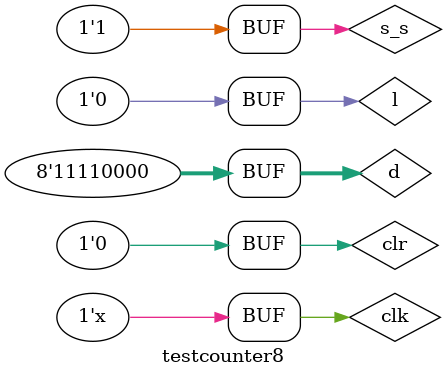
<source format=v>
module testcounter8 ();
reg [7:0] d;
wire [7:0] c;
reg s_s, l, clk, clr;

counter8 inst7 (clr, clk, l, s_s, c, d);
initial 
  begin
    # 5 clk <= 0; clr <= 0; l <= 0;  s_s <= 0;  d <= 8'hF0;
  end
always # 40 clk <= !clk;
initial 
   begin
     # 100 clr <= 1;
     #  50 clr <= 0; 
   end
initial
  begin
    #  400 s_s <= 1;
    # 3000 s_s <= 0;
  end
initial
  begin
    # 3500 s_s <= 1;
    # 3700 l <= 1;
    #  200 l <= 0;
  end
endmodule

</source>
